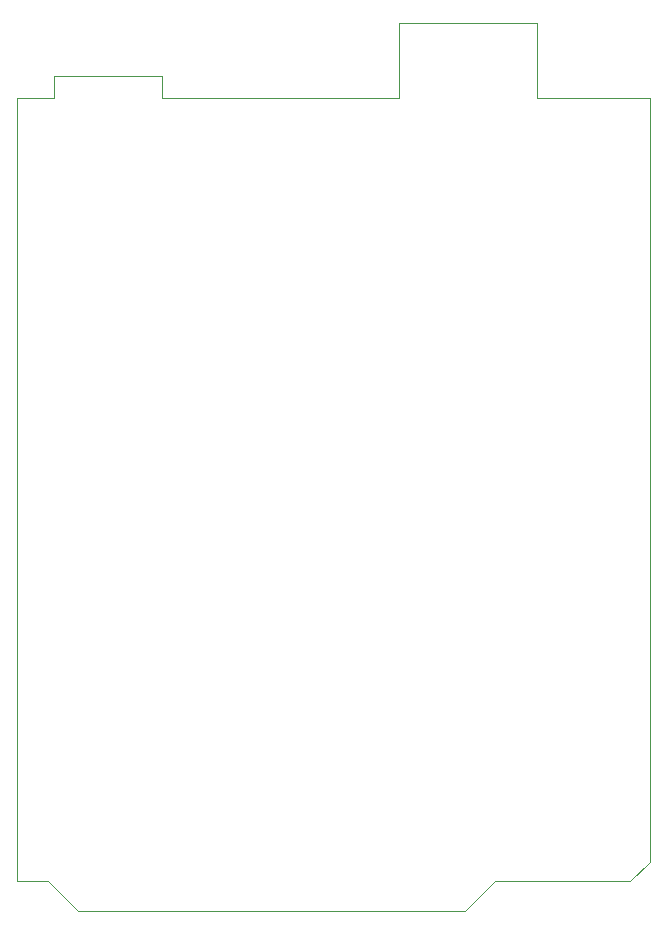
<source format=gbr>
G04 #@! TF.GenerationSoftware,KiCad,Pcbnew,(5.0.1-3-g963ef8bb5)*
G04 #@! TF.CreationDate,2019-03-18T17:32:53-03:00*
G04 #@! TF.ProjectId,NNC_monitor,4E4E435F6D6F6E69746F722E6B696361,rev?*
G04 #@! TF.SameCoordinates,Original*
G04 #@! TF.FileFunction,Legend,Bot*
G04 #@! TF.FilePolarity,Positive*
%FSLAX46Y46*%
G04 Gerber Fmt 4.6, Leading zero omitted, Abs format (unit mm)*
G04 Created by KiCad (PCBNEW (5.0.1-3-g963ef8bb5)) date Monday, March 18, 2019 at 05:32:53 PM*
%MOMM*%
%LPD*%
G01*
G04 APERTURE LIST*
%ADD10C,0.120000*%
G04 APERTURE END LIST*
D10*
G04 #@! TO.C,A1*
X118810000Y-100770000D02*
X86040000Y-100770000D01*
X86040000Y-100770000D02*
X83500000Y-98230000D01*
X83500000Y-98230000D02*
X80830000Y-98230000D01*
X80830000Y-98230000D02*
X80830000Y-31930000D01*
X80830000Y-31930000D02*
X84010000Y-31930000D01*
X84010000Y-31930000D02*
X84010000Y-30030000D01*
X84010000Y-30030000D02*
X93150000Y-30030000D01*
X93150000Y-30030000D02*
X93150000Y-31930000D01*
X93150000Y-31930000D02*
X113220000Y-31930000D01*
X113220000Y-31930000D02*
X113220000Y-25580000D01*
X113220000Y-25580000D02*
X124900000Y-25580000D01*
X124900000Y-25580000D02*
X124900000Y-31930000D01*
X124900000Y-31930000D02*
X134430000Y-31930000D01*
X134430000Y-31930000D02*
X134430000Y-96580000D01*
X134430000Y-96580000D02*
X132780000Y-98230000D01*
X132780000Y-98230000D02*
X121350000Y-98230000D01*
X121350000Y-98230000D02*
X118810000Y-100770000D01*
G04 #@! TD*
M02*

</source>
